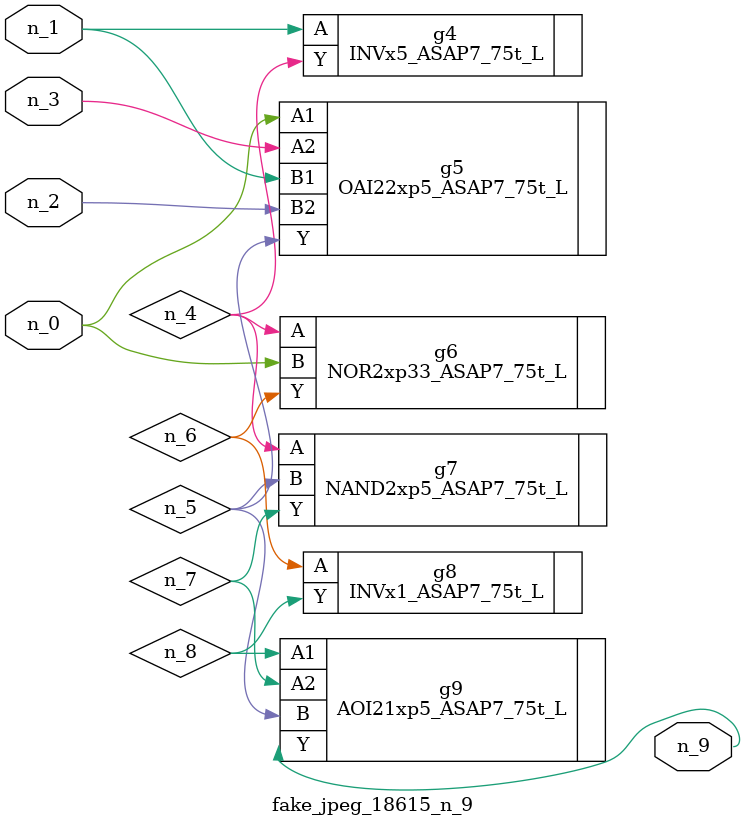
<source format=v>
module fake_jpeg_18615_n_9 (n_0, n_3, n_2, n_1, n_9);

input n_0;
input n_3;
input n_2;
input n_1;

output n_9;

wire n_4;
wire n_8;
wire n_6;
wire n_5;
wire n_7;

INVx5_ASAP7_75t_L g4 ( 
.A(n_1),
.Y(n_4)
);

OAI22xp5_ASAP7_75t_L g5 ( 
.A1(n_0),
.A2(n_3),
.B1(n_1),
.B2(n_2),
.Y(n_5)
);

NOR2xp33_ASAP7_75t_L g6 ( 
.A(n_4),
.B(n_0),
.Y(n_6)
);

INVx1_ASAP7_75t_L g8 ( 
.A(n_6),
.Y(n_8)
);

NAND2xp5_ASAP7_75t_L g7 ( 
.A(n_4),
.B(n_5),
.Y(n_7)
);

AOI21xp5_ASAP7_75t_L g9 ( 
.A1(n_8),
.A2(n_7),
.B(n_5),
.Y(n_9)
);


endmodule
</source>
